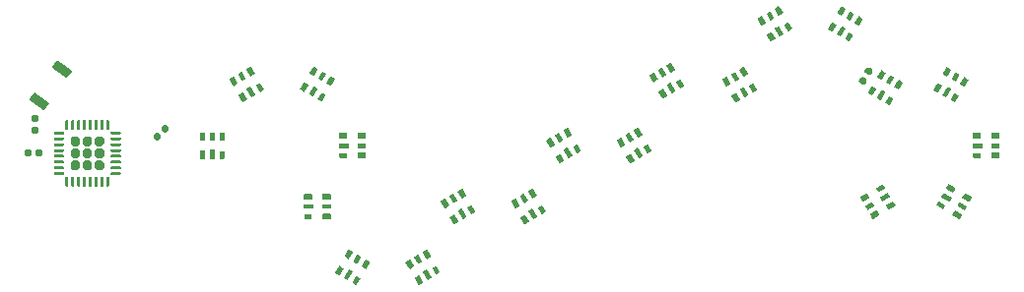
<source format=gbr>
G04 #@! TF.GenerationSoftware,KiCad,Pcbnew,(5.1.10)-1*
G04 #@! TF.CreationDate,2021-06-26T09:27:45-04:00*
G04 #@! TF.ProjectId,Main,4d61696e-2e6b-4696-9361-645f70636258,5*
G04 #@! TF.SameCoordinates,Original*
G04 #@! TF.FileFunction,Paste,Bot*
G04 #@! TF.FilePolarity,Positive*
%FSLAX46Y46*%
G04 Gerber Fmt 4.6, Leading zero omitted, Abs format (unit mm)*
G04 Created by KiCad (PCBNEW (5.1.10)-1) date 2021-06-26 09:27:45*
%MOMM*%
%LPD*%
G01*
G04 APERTURE LIST*
G04 APERTURE END LIST*
G36*
G01*
X109768706Y-100531850D02*
X109401617Y-101056108D01*
G75*
G02*
X109290199Y-101075754I-65532J45886D01*
G01*
X108110620Y-100249804D01*
G75*
G02*
X108090974Y-100138386I45886J65532D01*
G01*
X108458063Y-99614128D01*
G75*
G02*
X108569481Y-99594482I65532J-45886D01*
G01*
X109749060Y-100420432D01*
G75*
G02*
X109768706Y-100531850I-45886J-65532D01*
G01*
G37*
G36*
G01*
X111718866Y-97746732D02*
X111351777Y-98270990D01*
G75*
G02*
X111240359Y-98290636I-65532J45886D01*
G01*
X110060780Y-97464686D01*
G75*
G02*
X110041134Y-97353268I45886J65532D01*
G01*
X110408223Y-96829010D01*
G75*
G02*
X110519641Y-96809364I65532J-45886D01*
G01*
X111699220Y-97635314D01*
G75*
G02*
X111718866Y-97746732I-45886J-65532D01*
G01*
G37*
G36*
G01*
X181881599Y-108238936D02*
X182041599Y-108516064D01*
G75*
G02*
X182026958Y-108570705I-34641J-20000D01*
G01*
X181368778Y-108950705D01*
G75*
G02*
X181314137Y-108936064I-20000J34641D01*
G01*
X181154137Y-108658936D01*
G75*
G02*
X181168778Y-108604295I34641J20000D01*
G01*
X181826958Y-108224295D01*
G75*
G02*
X181881599Y-108238936I20000J-34641D01*
G01*
G37*
G36*
G01*
X180045411Y-109668564D02*
X179885411Y-109391436D01*
G75*
G02*
X179900052Y-109336795I34641J20000D01*
G01*
X180454308Y-109016795D01*
G75*
G02*
X180508949Y-109031436I20000J-34641D01*
G01*
X180668949Y-109308564D01*
G75*
G02*
X180654308Y-109363205I-34641J-20000D01*
G01*
X180100052Y-109683205D01*
G75*
G02*
X180045411Y-109668564I-20000J34641D01*
G01*
G37*
G36*
G01*
X179636411Y-108960155D02*
X179444411Y-108627601D01*
G75*
G02*
X179461980Y-108562032I41569J24000D01*
G01*
X180002380Y-108250032D01*
G75*
G02*
X180067949Y-108267601I24000J-41569D01*
G01*
X180259949Y-108600155D01*
G75*
G02*
X180242380Y-108665724I-41569J-24000D01*
G01*
X179701980Y-108977724D01*
G75*
G02*
X179636411Y-108960155I-24000J41569D01*
G01*
G37*
G36*
G01*
X182303589Y-108939845D02*
X182495589Y-109272399D01*
G75*
G02*
X182478020Y-109337968I-41569J-24000D01*
G01*
X181937620Y-109649968D01*
G75*
G02*
X181872051Y-109632399I-24000J41569D01*
G01*
X181680051Y-109299845D01*
G75*
G02*
X181697620Y-109234276I41569J24000D01*
G01*
X182238020Y-108922276D01*
G75*
G02*
X182303589Y-108939845I24000J-41569D01*
G01*
G37*
G36*
G01*
X180917949Y-109739845D02*
X181109949Y-110072399D01*
G75*
G02*
X181092380Y-110137968I-41569J-24000D01*
G01*
X180551980Y-110449968D01*
G75*
G02*
X180486411Y-110432399I-24000J41569D01*
G01*
X180294411Y-110099845D01*
G75*
G02*
X180311980Y-110034276I41569J24000D01*
G01*
X180852380Y-109722276D01*
G75*
G02*
X180917949Y-109739845I24000J-41569D01*
G01*
G37*
G36*
G01*
X181439608Y-107503386D02*
X181607608Y-107794370D01*
G75*
G02*
X181592235Y-107851743I-36373J-21000D01*
G01*
X181093405Y-108139743D01*
G75*
G02*
X181036032Y-108124370I-21000J36373D01*
G01*
X180868032Y-107833386D01*
G75*
G02*
X180883405Y-107776013I36373J21000D01*
G01*
X181382235Y-107488013D01*
G75*
G02*
X181439608Y-107503386I21000J-36373D01*
G01*
G37*
G36*
G01*
X186448401Y-108526064D02*
X186608401Y-108248936D01*
G75*
G02*
X186663042Y-108234295I34641J-20000D01*
G01*
X187321222Y-108614295D01*
G75*
G02*
X187335863Y-108668936I-20000J-34641D01*
G01*
X187175863Y-108946064D01*
G75*
G02*
X187121222Y-108960705I-34641J20000D01*
G01*
X186463042Y-108580705D01*
G75*
G02*
X186448401Y-108526064I20000J34641D01*
G01*
G37*
G36*
G01*
X188604589Y-109401436D02*
X188444589Y-109678564D01*
G75*
G02*
X188389948Y-109693205I-34641J20000D01*
G01*
X187835692Y-109373205D01*
G75*
G02*
X187821051Y-109318564I20000J34641D01*
G01*
X187981051Y-109041436D01*
G75*
G02*
X188035692Y-109026795I34641J-20000D01*
G01*
X188589948Y-109346795D01*
G75*
G02*
X188604589Y-109401436I-20000J-34641D01*
G01*
G37*
G36*
G01*
X188195589Y-110109845D02*
X188003589Y-110442399D01*
G75*
G02*
X187938020Y-110459968I-41569J24000D01*
G01*
X187397620Y-110147968D01*
G75*
G02*
X187380051Y-110082399I24000J41569D01*
G01*
X187572051Y-109749845D01*
G75*
G02*
X187637620Y-109732276I41569J-24000D01*
G01*
X188178020Y-110044276D01*
G75*
G02*
X188195589Y-110109845I-24000J-41569D01*
G01*
G37*
G36*
G01*
X186844411Y-107810155D02*
X187036411Y-107477601D01*
G75*
G02*
X187101980Y-107460032I41569J-24000D01*
G01*
X187642380Y-107772032D01*
G75*
G02*
X187659949Y-107837601I-24000J-41569D01*
G01*
X187467949Y-108170155D01*
G75*
G02*
X187402380Y-108187724I-41569J24000D01*
G01*
X186861980Y-107875724D01*
G75*
G02*
X186844411Y-107810155I24000J41569D01*
G01*
G37*
G36*
G01*
X188230051Y-108610155D02*
X188422051Y-108277601D01*
G75*
G02*
X188487620Y-108260032I41569J-24000D01*
G01*
X189028020Y-108572032D01*
G75*
G02*
X189045589Y-108637601I-24000J-41569D01*
G01*
X188853589Y-108970155D01*
G75*
G02*
X188788020Y-108987724I-41569J24000D01*
G01*
X188247620Y-108675724D01*
G75*
G02*
X188230051Y-108610155I24000J41569D01*
G01*
G37*
G36*
G01*
X186032392Y-109276614D02*
X186200392Y-108985630D01*
G75*
G02*
X186257765Y-108970257I36373J-21000D01*
G01*
X186756595Y-109258257D01*
G75*
G02*
X186771968Y-109315630I-21000J-36373D01*
G01*
X186603968Y-109606614D01*
G75*
G02*
X186546595Y-109621987I-36373J21000D01*
G01*
X186047765Y-109333987D01*
G75*
G02*
X186032392Y-109276614I21000J36373D01*
G01*
G37*
G36*
G01*
X189145000Y-104310000D02*
X189145000Y-103990000D01*
G75*
G02*
X189185000Y-103950000I40000J0D01*
G01*
X189945000Y-103950000D01*
G75*
G02*
X189985000Y-103990000I0J-40000D01*
G01*
X189985000Y-104310000D01*
G75*
G02*
X189945000Y-104350000I-40000J0D01*
G01*
X189185000Y-104350000D01*
G75*
G02*
X189145000Y-104310000I0J40000D01*
G01*
G37*
G36*
G01*
X191450000Y-103990000D02*
X191450000Y-104310000D01*
G75*
G02*
X191410000Y-104350000I-40000J0D01*
G01*
X190770000Y-104350000D01*
G75*
G02*
X190730000Y-104310000I0J40000D01*
G01*
X190730000Y-103990000D01*
G75*
G02*
X190770000Y-103950000I40000J0D01*
G01*
X191410000Y-103950000D01*
G75*
G02*
X191450000Y-103990000I0J-40000D01*
G01*
G37*
G36*
G01*
X191450000Y-104808000D02*
X191450000Y-105192000D01*
G75*
G02*
X191402000Y-105240000I-48000J0D01*
G01*
X190778000Y-105240000D01*
G75*
G02*
X190730000Y-105192000I0J48000D01*
G01*
X190730000Y-104808000D01*
G75*
G02*
X190778000Y-104760000I48000J0D01*
G01*
X191402000Y-104760000D01*
G75*
G02*
X191450000Y-104808000I0J-48000D01*
G01*
G37*
G36*
G01*
X189130000Y-103492000D02*
X189130000Y-103108000D01*
G75*
G02*
X189178000Y-103060000I48000J0D01*
G01*
X189802000Y-103060000D01*
G75*
G02*
X189850000Y-103108000I0J-48000D01*
G01*
X189850000Y-103492000D01*
G75*
G02*
X189802000Y-103540000I-48000J0D01*
G01*
X189178000Y-103540000D01*
G75*
G02*
X189130000Y-103492000I0J48000D01*
G01*
G37*
G36*
G01*
X190730000Y-103492000D02*
X190730000Y-103108000D01*
G75*
G02*
X190778000Y-103060000I48000J0D01*
G01*
X191402000Y-103060000D01*
G75*
G02*
X191450000Y-103108000I0J-48000D01*
G01*
X191450000Y-103492000D01*
G75*
G02*
X191402000Y-103540000I-48000J0D01*
G01*
X190778000Y-103540000D01*
G75*
G02*
X190730000Y-103492000I0J48000D01*
G01*
G37*
G36*
G01*
X189160000Y-105168000D02*
X189160000Y-104832000D01*
G75*
G02*
X189202000Y-104790000I42000J0D01*
G01*
X189778000Y-104790000D01*
G75*
G02*
X189820000Y-104832000I0J-42000D01*
G01*
X189820000Y-105168000D01*
G75*
G02*
X189778000Y-105210000I-42000J0D01*
G01*
X189202000Y-105210000D01*
G75*
G02*
X189160000Y-105168000I0J42000D01*
G01*
G37*
G36*
G01*
X186826064Y-99981599D02*
X186548936Y-99821599D01*
G75*
G02*
X186534295Y-99766958I20000J34641D01*
G01*
X186914295Y-99108778D01*
G75*
G02*
X186968936Y-99094137I34641J-20000D01*
G01*
X187246064Y-99254137D01*
G75*
G02*
X187260705Y-99308778I-20000J-34641D01*
G01*
X186880705Y-99966958D01*
G75*
G02*
X186826064Y-99981599I-34641J20000D01*
G01*
G37*
G36*
G01*
X187701436Y-97825411D02*
X187978564Y-97985411D01*
G75*
G02*
X187993205Y-98040052I-20000J-34641D01*
G01*
X187673205Y-98594308D01*
G75*
G02*
X187618564Y-98608949I-34641J20000D01*
G01*
X187341436Y-98448949D01*
G75*
G02*
X187326795Y-98394308I20000J34641D01*
G01*
X187646795Y-97840052D01*
G75*
G02*
X187701436Y-97825411I34641J-20000D01*
G01*
G37*
G36*
G01*
X188409845Y-98234411D02*
X188742399Y-98426411D01*
G75*
G02*
X188759968Y-98491980I-24000J-41569D01*
G01*
X188447968Y-99032380D01*
G75*
G02*
X188382399Y-99049949I-41569J24000D01*
G01*
X188049845Y-98857949D01*
G75*
G02*
X188032276Y-98792380I24000J41569D01*
G01*
X188344276Y-98251980D01*
G75*
G02*
X188409845Y-98234411I41569J-24000D01*
G01*
G37*
G36*
G01*
X186110155Y-99585589D02*
X185777601Y-99393589D01*
G75*
G02*
X185760032Y-99328020I24000J41569D01*
G01*
X186072032Y-98787620D01*
G75*
G02*
X186137601Y-98770051I41569J-24000D01*
G01*
X186470155Y-98962051D01*
G75*
G02*
X186487724Y-99027620I-24000J-41569D01*
G01*
X186175724Y-99568020D01*
G75*
G02*
X186110155Y-99585589I-41569J24000D01*
G01*
G37*
G36*
G01*
X186910155Y-98199949D02*
X186577601Y-98007949D01*
G75*
G02*
X186560032Y-97942380I24000J41569D01*
G01*
X186872032Y-97401980D01*
G75*
G02*
X186937601Y-97384411I41569J-24000D01*
G01*
X187270155Y-97576411D01*
G75*
G02*
X187287724Y-97641980I-24000J-41569D01*
G01*
X186975724Y-98182380D01*
G75*
G02*
X186910155Y-98199949I-41569J24000D01*
G01*
G37*
G36*
G01*
X187576614Y-100397608D02*
X187285630Y-100229608D01*
G75*
G02*
X187270257Y-100172235I21000J36373D01*
G01*
X187558257Y-99673405D01*
G75*
G02*
X187615630Y-99658032I36373J-21000D01*
G01*
X187906614Y-99826032D01*
G75*
G02*
X187921987Y-99883405I-21000J-36373D01*
G01*
X187633987Y-100382235D01*
G75*
G02*
X187576614Y-100397608I-36373J21000D01*
G01*
G37*
G36*
G01*
X181186064Y-100241599D02*
X180908936Y-100081599D01*
G75*
G02*
X180894295Y-100026958I20000J34641D01*
G01*
X181274295Y-99368778D01*
G75*
G02*
X181328936Y-99354137I34641J-20000D01*
G01*
X181606064Y-99514137D01*
G75*
G02*
X181620705Y-99568778I-20000J-34641D01*
G01*
X181240705Y-100226958D01*
G75*
G02*
X181186064Y-100241599I-34641J20000D01*
G01*
G37*
G36*
G01*
X182061436Y-98085411D02*
X182338564Y-98245411D01*
G75*
G02*
X182353205Y-98300052I-20000J-34641D01*
G01*
X182033205Y-98854308D01*
G75*
G02*
X181978564Y-98868949I-34641J20000D01*
G01*
X181701436Y-98708949D01*
G75*
G02*
X181686795Y-98654308I20000J34641D01*
G01*
X182006795Y-98100052D01*
G75*
G02*
X182061436Y-98085411I34641J-20000D01*
G01*
G37*
G36*
G01*
X182769845Y-98494411D02*
X183102399Y-98686411D01*
G75*
G02*
X183119968Y-98751980I-24000J-41569D01*
G01*
X182807968Y-99292380D01*
G75*
G02*
X182742399Y-99309949I-41569J24000D01*
G01*
X182409845Y-99117949D01*
G75*
G02*
X182392276Y-99052380I24000J41569D01*
G01*
X182704276Y-98511980D01*
G75*
G02*
X182769845Y-98494411I41569J-24000D01*
G01*
G37*
G36*
G01*
X180470155Y-99845589D02*
X180137601Y-99653589D01*
G75*
G02*
X180120032Y-99588020I24000J41569D01*
G01*
X180432032Y-99047620D01*
G75*
G02*
X180497601Y-99030051I41569J-24000D01*
G01*
X180830155Y-99222051D01*
G75*
G02*
X180847724Y-99287620I-24000J-41569D01*
G01*
X180535724Y-99828020D01*
G75*
G02*
X180470155Y-99845589I-41569J24000D01*
G01*
G37*
G36*
G01*
X181270155Y-98459949D02*
X180937601Y-98267949D01*
G75*
G02*
X180920032Y-98202380I24000J41569D01*
G01*
X181232032Y-97661980D01*
G75*
G02*
X181297601Y-97644411I41569J-24000D01*
G01*
X181630155Y-97836411D01*
G75*
G02*
X181647724Y-97901980I-24000J-41569D01*
G01*
X181335724Y-98442380D01*
G75*
G02*
X181270155Y-98459949I-41569J24000D01*
G01*
G37*
G36*
G01*
X181936614Y-100657608D02*
X181645630Y-100489608D01*
G75*
G02*
X181630257Y-100432235I21000J36373D01*
G01*
X181918257Y-99933405D01*
G75*
G02*
X181975630Y-99918032I36373J-21000D01*
G01*
X182266614Y-100086032D01*
G75*
G02*
X182281987Y-100143405I-21000J-36373D01*
G01*
X181993987Y-100642235D01*
G75*
G02*
X181936614Y-100657608I-36373J21000D01*
G01*
G37*
G36*
G01*
X177756064Y-94741599D02*
X177478936Y-94581599D01*
G75*
G02*
X177464295Y-94526958I20000J34641D01*
G01*
X177844295Y-93868778D01*
G75*
G02*
X177898936Y-93854137I34641J-20000D01*
G01*
X178176064Y-94014137D01*
G75*
G02*
X178190705Y-94068778I-20000J-34641D01*
G01*
X177810705Y-94726958D01*
G75*
G02*
X177756064Y-94741599I-34641J20000D01*
G01*
G37*
G36*
G01*
X178631436Y-92585411D02*
X178908564Y-92745411D01*
G75*
G02*
X178923205Y-92800052I-20000J-34641D01*
G01*
X178603205Y-93354308D01*
G75*
G02*
X178548564Y-93368949I-34641J20000D01*
G01*
X178271436Y-93208949D01*
G75*
G02*
X178256795Y-93154308I20000J34641D01*
G01*
X178576795Y-92600052D01*
G75*
G02*
X178631436Y-92585411I34641J-20000D01*
G01*
G37*
G36*
G01*
X179339845Y-92994411D02*
X179672399Y-93186411D01*
G75*
G02*
X179689968Y-93251980I-24000J-41569D01*
G01*
X179377968Y-93792380D01*
G75*
G02*
X179312399Y-93809949I-41569J24000D01*
G01*
X178979845Y-93617949D01*
G75*
G02*
X178962276Y-93552380I24000J41569D01*
G01*
X179274276Y-93011980D01*
G75*
G02*
X179339845Y-92994411I41569J-24000D01*
G01*
G37*
G36*
G01*
X177040155Y-94345589D02*
X176707601Y-94153589D01*
G75*
G02*
X176690032Y-94088020I24000J41569D01*
G01*
X177002032Y-93547620D01*
G75*
G02*
X177067601Y-93530051I41569J-24000D01*
G01*
X177400155Y-93722051D01*
G75*
G02*
X177417724Y-93787620I-24000J-41569D01*
G01*
X177105724Y-94328020D01*
G75*
G02*
X177040155Y-94345589I-41569J24000D01*
G01*
G37*
G36*
G01*
X177840155Y-92959949D02*
X177507601Y-92767949D01*
G75*
G02*
X177490032Y-92702380I24000J41569D01*
G01*
X177802032Y-92161980D01*
G75*
G02*
X177867601Y-92144411I41569J-24000D01*
G01*
X178200155Y-92336411D01*
G75*
G02*
X178217724Y-92401980I-24000J-41569D01*
G01*
X177905724Y-92942380D01*
G75*
G02*
X177840155Y-92959949I-41569J24000D01*
G01*
G37*
G36*
G01*
X178506614Y-95157608D02*
X178215630Y-94989608D01*
G75*
G02*
X178200257Y-94932235I21000J36373D01*
G01*
X178488257Y-94433405D01*
G75*
G02*
X178545630Y-94418032I36373J-21000D01*
G01*
X178836614Y-94586032D01*
G75*
G02*
X178851987Y-94643405I-21000J-36373D01*
G01*
X178563987Y-95142235D01*
G75*
G02*
X178506614Y-95157608I-36373J21000D01*
G01*
G37*
G36*
G01*
X172851064Y-94581599D02*
X172573936Y-94741599D01*
G75*
G02*
X172519295Y-94726958I-20000J34641D01*
G01*
X172139295Y-94068778D01*
G75*
G02*
X172153936Y-94014137I34641J20000D01*
G01*
X172431064Y-93854137D01*
G75*
G02*
X172485705Y-93868778I20000J-34641D01*
G01*
X172865705Y-94526958D01*
G75*
G02*
X172851064Y-94581599I-34641J-20000D01*
G01*
G37*
G36*
G01*
X171421436Y-92745411D02*
X171698564Y-92585411D01*
G75*
G02*
X171753205Y-92600052I20000J-34641D01*
G01*
X172073205Y-93154308D01*
G75*
G02*
X172058564Y-93208949I-34641J-20000D01*
G01*
X171781436Y-93368949D01*
G75*
G02*
X171726795Y-93354308I-20000J34641D01*
G01*
X171406795Y-92800052D01*
G75*
G02*
X171421436Y-92745411I34641J20000D01*
G01*
G37*
G36*
G01*
X172129845Y-92336411D02*
X172462399Y-92144411D01*
G75*
G02*
X172527968Y-92161980I24000J-41569D01*
G01*
X172839968Y-92702380D01*
G75*
G02*
X172822399Y-92767949I-41569J-24000D01*
G01*
X172489845Y-92959949D01*
G75*
G02*
X172424276Y-92942380I-24000J41569D01*
G01*
X172112276Y-92401980D01*
G75*
G02*
X172129845Y-92336411I41569J24000D01*
G01*
G37*
G36*
G01*
X172150155Y-95003589D02*
X171817601Y-95195589D01*
G75*
G02*
X171752032Y-95178020I-24000J41569D01*
G01*
X171440032Y-94637620D01*
G75*
G02*
X171457601Y-94572051I41569J24000D01*
G01*
X171790155Y-94380051D01*
G75*
G02*
X171855724Y-94397620I24000J-41569D01*
G01*
X172167724Y-94938020D01*
G75*
G02*
X172150155Y-95003589I-41569J-24000D01*
G01*
G37*
G36*
G01*
X171350155Y-93617949D02*
X171017601Y-93809949D01*
G75*
G02*
X170952032Y-93792380I-24000J41569D01*
G01*
X170640032Y-93251980D01*
G75*
G02*
X170657601Y-93186411I41569J24000D01*
G01*
X170990155Y-92994411D01*
G75*
G02*
X171055724Y-93011980I24000J-41569D01*
G01*
X171367724Y-93552380D01*
G75*
G02*
X171350155Y-93617949I-41569J-24000D01*
G01*
G37*
G36*
G01*
X173586614Y-94139608D02*
X173295630Y-94307608D01*
G75*
G02*
X173238257Y-94292235I-21000J36373D01*
G01*
X172950257Y-93793405D01*
G75*
G02*
X172965630Y-93736032I36373J21000D01*
G01*
X173256614Y-93568032D01*
G75*
G02*
X173313987Y-93583405I21000J-36373D01*
G01*
X173601987Y-94082235D01*
G75*
G02*
X173586614Y-94139608I-36373J-21000D01*
G01*
G37*
G36*
G01*
X169831064Y-99821599D02*
X169553936Y-99981599D01*
G75*
G02*
X169499295Y-99966958I-20000J34641D01*
G01*
X169119295Y-99308778D01*
G75*
G02*
X169133936Y-99254137I34641J20000D01*
G01*
X169411064Y-99094137D01*
G75*
G02*
X169465705Y-99108778I20000J-34641D01*
G01*
X169845705Y-99766958D01*
G75*
G02*
X169831064Y-99821599I-34641J-20000D01*
G01*
G37*
G36*
G01*
X168401436Y-97985411D02*
X168678564Y-97825411D01*
G75*
G02*
X168733205Y-97840052I20000J-34641D01*
G01*
X169053205Y-98394308D01*
G75*
G02*
X169038564Y-98448949I-34641J-20000D01*
G01*
X168761436Y-98608949D01*
G75*
G02*
X168706795Y-98594308I-20000J34641D01*
G01*
X168386795Y-98040052D01*
G75*
G02*
X168401436Y-97985411I34641J20000D01*
G01*
G37*
G36*
G01*
X169109845Y-97576411D02*
X169442399Y-97384411D01*
G75*
G02*
X169507968Y-97401980I24000J-41569D01*
G01*
X169819968Y-97942380D01*
G75*
G02*
X169802399Y-98007949I-41569J-24000D01*
G01*
X169469845Y-98199949D01*
G75*
G02*
X169404276Y-98182380I-24000J41569D01*
G01*
X169092276Y-97641980D01*
G75*
G02*
X169109845Y-97576411I41569J24000D01*
G01*
G37*
G36*
G01*
X169130155Y-100243589D02*
X168797601Y-100435589D01*
G75*
G02*
X168732032Y-100418020I-24000J41569D01*
G01*
X168420032Y-99877620D01*
G75*
G02*
X168437601Y-99812051I41569J24000D01*
G01*
X168770155Y-99620051D01*
G75*
G02*
X168835724Y-99637620I24000J-41569D01*
G01*
X169147724Y-100178020D01*
G75*
G02*
X169130155Y-100243589I-41569J-24000D01*
G01*
G37*
G36*
G01*
X168330155Y-98857949D02*
X167997601Y-99049949D01*
G75*
G02*
X167932032Y-99032380I-24000J41569D01*
G01*
X167620032Y-98491980D01*
G75*
G02*
X167637601Y-98426411I41569J24000D01*
G01*
X167970155Y-98234411D01*
G75*
G02*
X168035724Y-98251980I24000J-41569D01*
G01*
X168347724Y-98792380D01*
G75*
G02*
X168330155Y-98857949I-41569J-24000D01*
G01*
G37*
G36*
G01*
X170566614Y-99379608D02*
X170275630Y-99547608D01*
G75*
G02*
X170218257Y-99532235I-21000J36373D01*
G01*
X169930257Y-99033405D01*
G75*
G02*
X169945630Y-98976032I36373J21000D01*
G01*
X170236614Y-98808032D01*
G75*
G02*
X170293987Y-98823405I21000J-36373D01*
G01*
X170581987Y-99322235D01*
G75*
G02*
X170566614Y-99379608I-36373J-21000D01*
G01*
G37*
G36*
G01*
X163571064Y-99461599D02*
X163293936Y-99621599D01*
G75*
G02*
X163239295Y-99606958I-20000J34641D01*
G01*
X162859295Y-98948778D01*
G75*
G02*
X162873936Y-98894137I34641J20000D01*
G01*
X163151064Y-98734137D01*
G75*
G02*
X163205705Y-98748778I20000J-34641D01*
G01*
X163585705Y-99406958D01*
G75*
G02*
X163571064Y-99461599I-34641J-20000D01*
G01*
G37*
G36*
G01*
X162141436Y-97625411D02*
X162418564Y-97465411D01*
G75*
G02*
X162473205Y-97480052I20000J-34641D01*
G01*
X162793205Y-98034308D01*
G75*
G02*
X162778564Y-98088949I-34641J-20000D01*
G01*
X162501436Y-98248949D01*
G75*
G02*
X162446795Y-98234308I-20000J34641D01*
G01*
X162126795Y-97680052D01*
G75*
G02*
X162141436Y-97625411I34641J20000D01*
G01*
G37*
G36*
G01*
X162849845Y-97216411D02*
X163182399Y-97024411D01*
G75*
G02*
X163247968Y-97041980I24000J-41569D01*
G01*
X163559968Y-97582380D01*
G75*
G02*
X163542399Y-97647949I-41569J-24000D01*
G01*
X163209845Y-97839949D01*
G75*
G02*
X163144276Y-97822380I-24000J41569D01*
G01*
X162832276Y-97281980D01*
G75*
G02*
X162849845Y-97216411I41569J24000D01*
G01*
G37*
G36*
G01*
X162870155Y-99883589D02*
X162537601Y-100075589D01*
G75*
G02*
X162472032Y-100058020I-24000J41569D01*
G01*
X162160032Y-99517620D01*
G75*
G02*
X162177601Y-99452051I41569J24000D01*
G01*
X162510155Y-99260051D01*
G75*
G02*
X162575724Y-99277620I24000J-41569D01*
G01*
X162887724Y-99818020D01*
G75*
G02*
X162870155Y-99883589I-41569J-24000D01*
G01*
G37*
G36*
G01*
X162070155Y-98497949D02*
X161737601Y-98689949D01*
G75*
G02*
X161672032Y-98672380I-24000J41569D01*
G01*
X161360032Y-98131980D01*
G75*
G02*
X161377601Y-98066411I41569J24000D01*
G01*
X161710155Y-97874411D01*
G75*
G02*
X161775724Y-97891980I24000J-41569D01*
G01*
X162087724Y-98432380D01*
G75*
G02*
X162070155Y-98497949I-41569J-24000D01*
G01*
G37*
G36*
G01*
X164306614Y-99019608D02*
X164015630Y-99187608D01*
G75*
G02*
X163958257Y-99172235I-21000J36373D01*
G01*
X163670257Y-98673405D01*
G75*
G02*
X163685630Y-98616032I36373J21000D01*
G01*
X163976614Y-98448032D01*
G75*
G02*
X164033987Y-98463405I21000J-36373D01*
G01*
X164321987Y-98962235D01*
G75*
G02*
X164306614Y-99019608I-36373J-21000D01*
G01*
G37*
G36*
G01*
X160761064Y-105061599D02*
X160483936Y-105221599D01*
G75*
G02*
X160429295Y-105206958I-20000J34641D01*
G01*
X160049295Y-104548778D01*
G75*
G02*
X160063936Y-104494137I34641J20000D01*
G01*
X160341064Y-104334137D01*
G75*
G02*
X160395705Y-104348778I20000J-34641D01*
G01*
X160775705Y-105006958D01*
G75*
G02*
X160761064Y-105061599I-34641J-20000D01*
G01*
G37*
G36*
G01*
X159331436Y-103225411D02*
X159608564Y-103065411D01*
G75*
G02*
X159663205Y-103080052I20000J-34641D01*
G01*
X159983205Y-103634308D01*
G75*
G02*
X159968564Y-103688949I-34641J-20000D01*
G01*
X159691436Y-103848949D01*
G75*
G02*
X159636795Y-103834308I-20000J34641D01*
G01*
X159316795Y-103280052D01*
G75*
G02*
X159331436Y-103225411I34641J20000D01*
G01*
G37*
G36*
G01*
X160039845Y-102816411D02*
X160372399Y-102624411D01*
G75*
G02*
X160437968Y-102641980I24000J-41569D01*
G01*
X160749968Y-103182380D01*
G75*
G02*
X160732399Y-103247949I-41569J-24000D01*
G01*
X160399845Y-103439949D01*
G75*
G02*
X160334276Y-103422380I-24000J41569D01*
G01*
X160022276Y-102881980D01*
G75*
G02*
X160039845Y-102816411I41569J24000D01*
G01*
G37*
G36*
G01*
X160060155Y-105483589D02*
X159727601Y-105675589D01*
G75*
G02*
X159662032Y-105658020I-24000J41569D01*
G01*
X159350032Y-105117620D01*
G75*
G02*
X159367601Y-105052051I41569J24000D01*
G01*
X159700155Y-104860051D01*
G75*
G02*
X159765724Y-104877620I24000J-41569D01*
G01*
X160077724Y-105418020D01*
G75*
G02*
X160060155Y-105483589I-41569J-24000D01*
G01*
G37*
G36*
G01*
X159260155Y-104097949D02*
X158927601Y-104289949D01*
G75*
G02*
X158862032Y-104272380I-24000J41569D01*
G01*
X158550032Y-103731980D01*
G75*
G02*
X158567601Y-103666411I41569J24000D01*
G01*
X158900155Y-103474411D01*
G75*
G02*
X158965724Y-103491980I24000J-41569D01*
G01*
X159277724Y-104032380D01*
G75*
G02*
X159260155Y-104097949I-41569J-24000D01*
G01*
G37*
G36*
G01*
X161496614Y-104619608D02*
X161205630Y-104787608D01*
G75*
G02*
X161148257Y-104772235I-21000J36373D01*
G01*
X160860257Y-104273405D01*
G75*
G02*
X160875630Y-104216032I36373J21000D01*
G01*
X161166614Y-104048032D01*
G75*
G02*
X161223987Y-104063405I21000J-36373D01*
G01*
X161511987Y-104562235D01*
G75*
G02*
X161496614Y-104619608I-36373J-21000D01*
G01*
G37*
G36*
G01*
X154711064Y-105061599D02*
X154433936Y-105221599D01*
G75*
G02*
X154379295Y-105206958I-20000J34641D01*
G01*
X153999295Y-104548778D01*
G75*
G02*
X154013936Y-104494137I34641J20000D01*
G01*
X154291064Y-104334137D01*
G75*
G02*
X154345705Y-104348778I20000J-34641D01*
G01*
X154725705Y-105006958D01*
G75*
G02*
X154711064Y-105061599I-34641J-20000D01*
G01*
G37*
G36*
G01*
X153281436Y-103225411D02*
X153558564Y-103065411D01*
G75*
G02*
X153613205Y-103080052I20000J-34641D01*
G01*
X153933205Y-103634308D01*
G75*
G02*
X153918564Y-103688949I-34641J-20000D01*
G01*
X153641436Y-103848949D01*
G75*
G02*
X153586795Y-103834308I-20000J34641D01*
G01*
X153266795Y-103280052D01*
G75*
G02*
X153281436Y-103225411I34641J20000D01*
G01*
G37*
G36*
G01*
X153989845Y-102816411D02*
X154322399Y-102624411D01*
G75*
G02*
X154387968Y-102641980I24000J-41569D01*
G01*
X154699968Y-103182380D01*
G75*
G02*
X154682399Y-103247949I-41569J-24000D01*
G01*
X154349845Y-103439949D01*
G75*
G02*
X154284276Y-103422380I-24000J41569D01*
G01*
X153972276Y-102881980D01*
G75*
G02*
X153989845Y-102816411I41569J24000D01*
G01*
G37*
G36*
G01*
X154010155Y-105483589D02*
X153677601Y-105675589D01*
G75*
G02*
X153612032Y-105658020I-24000J41569D01*
G01*
X153300032Y-105117620D01*
G75*
G02*
X153317601Y-105052051I41569J24000D01*
G01*
X153650155Y-104860051D01*
G75*
G02*
X153715724Y-104877620I24000J-41569D01*
G01*
X154027724Y-105418020D01*
G75*
G02*
X154010155Y-105483589I-41569J-24000D01*
G01*
G37*
G36*
G01*
X153210155Y-104097949D02*
X152877601Y-104289949D01*
G75*
G02*
X152812032Y-104272380I-24000J41569D01*
G01*
X152500032Y-103731980D01*
G75*
G02*
X152517601Y-103666411I41569J24000D01*
G01*
X152850155Y-103474411D01*
G75*
G02*
X152915724Y-103491980I24000J-41569D01*
G01*
X153227724Y-104032380D01*
G75*
G02*
X153210155Y-104097949I-41569J-24000D01*
G01*
G37*
G36*
G01*
X155446614Y-104619608D02*
X155155630Y-104787608D01*
G75*
G02*
X155098257Y-104772235I-21000J36373D01*
G01*
X154810257Y-104273405D01*
G75*
G02*
X154825630Y-104216032I36373J21000D01*
G01*
X155116614Y-104048032D01*
G75*
G02*
X155173987Y-104063405I21000J-36373D01*
G01*
X155461987Y-104562235D01*
G75*
G02*
X155446614Y-104619608I-36373J-21000D01*
G01*
G37*
G36*
G01*
X151691064Y-110301599D02*
X151413936Y-110461599D01*
G75*
G02*
X151359295Y-110446958I-20000J34641D01*
G01*
X150979295Y-109788778D01*
G75*
G02*
X150993936Y-109734137I34641J20000D01*
G01*
X151271064Y-109574137D01*
G75*
G02*
X151325705Y-109588778I20000J-34641D01*
G01*
X151705705Y-110246958D01*
G75*
G02*
X151691064Y-110301599I-34641J-20000D01*
G01*
G37*
G36*
G01*
X150261436Y-108465411D02*
X150538564Y-108305411D01*
G75*
G02*
X150593205Y-108320052I20000J-34641D01*
G01*
X150913205Y-108874308D01*
G75*
G02*
X150898564Y-108928949I-34641J-20000D01*
G01*
X150621436Y-109088949D01*
G75*
G02*
X150566795Y-109074308I-20000J34641D01*
G01*
X150246795Y-108520052D01*
G75*
G02*
X150261436Y-108465411I34641J20000D01*
G01*
G37*
G36*
G01*
X150969845Y-108056411D02*
X151302399Y-107864411D01*
G75*
G02*
X151367968Y-107881980I24000J-41569D01*
G01*
X151679968Y-108422380D01*
G75*
G02*
X151662399Y-108487949I-41569J-24000D01*
G01*
X151329845Y-108679949D01*
G75*
G02*
X151264276Y-108662380I-24000J41569D01*
G01*
X150952276Y-108121980D01*
G75*
G02*
X150969845Y-108056411I41569J24000D01*
G01*
G37*
G36*
G01*
X150990155Y-110723589D02*
X150657601Y-110915589D01*
G75*
G02*
X150592032Y-110898020I-24000J41569D01*
G01*
X150280032Y-110357620D01*
G75*
G02*
X150297601Y-110292051I41569J24000D01*
G01*
X150630155Y-110100051D01*
G75*
G02*
X150695724Y-110117620I24000J-41569D01*
G01*
X151007724Y-110658020D01*
G75*
G02*
X150990155Y-110723589I-41569J-24000D01*
G01*
G37*
G36*
G01*
X150190155Y-109337949D02*
X149857601Y-109529949D01*
G75*
G02*
X149792032Y-109512380I-24000J41569D01*
G01*
X149480032Y-108971980D01*
G75*
G02*
X149497601Y-108906411I41569J24000D01*
G01*
X149830155Y-108714411D01*
G75*
G02*
X149895724Y-108731980I24000J-41569D01*
G01*
X150207724Y-109272380D01*
G75*
G02*
X150190155Y-109337949I-41569J-24000D01*
G01*
G37*
G36*
G01*
X152426614Y-109859608D02*
X152135630Y-110027608D01*
G75*
G02*
X152078257Y-110012235I-21000J36373D01*
G01*
X151790257Y-109513405D01*
G75*
G02*
X151805630Y-109456032I36373J21000D01*
G01*
X152096614Y-109288032D01*
G75*
G02*
X152153987Y-109303405I21000J-36373D01*
G01*
X152441987Y-109802235D01*
G75*
G02*
X152426614Y-109859608I-36373J-21000D01*
G01*
G37*
G36*
G01*
X145631064Y-110291599D02*
X145353936Y-110451599D01*
G75*
G02*
X145299295Y-110436958I-20000J34641D01*
G01*
X144919295Y-109778778D01*
G75*
G02*
X144933936Y-109724137I34641J20000D01*
G01*
X145211064Y-109564137D01*
G75*
G02*
X145265705Y-109578778I20000J-34641D01*
G01*
X145645705Y-110236958D01*
G75*
G02*
X145631064Y-110291599I-34641J-20000D01*
G01*
G37*
G36*
G01*
X144201436Y-108455411D02*
X144478564Y-108295411D01*
G75*
G02*
X144533205Y-108310052I20000J-34641D01*
G01*
X144853205Y-108864308D01*
G75*
G02*
X144838564Y-108918949I-34641J-20000D01*
G01*
X144561436Y-109078949D01*
G75*
G02*
X144506795Y-109064308I-20000J34641D01*
G01*
X144186795Y-108510052D01*
G75*
G02*
X144201436Y-108455411I34641J20000D01*
G01*
G37*
G36*
G01*
X144909845Y-108046411D02*
X145242399Y-107854411D01*
G75*
G02*
X145307968Y-107871980I24000J-41569D01*
G01*
X145619968Y-108412380D01*
G75*
G02*
X145602399Y-108477949I-41569J-24000D01*
G01*
X145269845Y-108669949D01*
G75*
G02*
X145204276Y-108652380I-24000J41569D01*
G01*
X144892276Y-108111980D01*
G75*
G02*
X144909845Y-108046411I41569J24000D01*
G01*
G37*
G36*
G01*
X144930155Y-110713589D02*
X144597601Y-110905589D01*
G75*
G02*
X144532032Y-110888020I-24000J41569D01*
G01*
X144220032Y-110347620D01*
G75*
G02*
X144237601Y-110282051I41569J24000D01*
G01*
X144570155Y-110090051D01*
G75*
G02*
X144635724Y-110107620I24000J-41569D01*
G01*
X144947724Y-110648020D01*
G75*
G02*
X144930155Y-110713589I-41569J-24000D01*
G01*
G37*
G36*
G01*
X144130155Y-109327949D02*
X143797601Y-109519949D01*
G75*
G02*
X143732032Y-109502380I-24000J41569D01*
G01*
X143420032Y-108961980D01*
G75*
G02*
X143437601Y-108896411I41569J24000D01*
G01*
X143770155Y-108704411D01*
G75*
G02*
X143835724Y-108721980I24000J-41569D01*
G01*
X144147724Y-109262380D01*
G75*
G02*
X144130155Y-109327949I-41569J-24000D01*
G01*
G37*
G36*
G01*
X146366614Y-109849608D02*
X146075630Y-110017608D01*
G75*
G02*
X146018257Y-110002235I-21000J36373D01*
G01*
X145730257Y-109503405D01*
G75*
G02*
X145745630Y-109446032I36373J21000D01*
G01*
X146036614Y-109278032D01*
G75*
G02*
X146093987Y-109293405I21000J-36373D01*
G01*
X146381987Y-109792235D01*
G75*
G02*
X146366614Y-109849608I-36373J-21000D01*
G01*
G37*
G36*
G01*
X142611064Y-115531599D02*
X142333936Y-115691599D01*
G75*
G02*
X142279295Y-115676958I-20000J34641D01*
G01*
X141899295Y-115018778D01*
G75*
G02*
X141913936Y-114964137I34641J20000D01*
G01*
X142191064Y-114804137D01*
G75*
G02*
X142245705Y-114818778I20000J-34641D01*
G01*
X142625705Y-115476958D01*
G75*
G02*
X142611064Y-115531599I-34641J-20000D01*
G01*
G37*
G36*
G01*
X141181436Y-113695411D02*
X141458564Y-113535411D01*
G75*
G02*
X141513205Y-113550052I20000J-34641D01*
G01*
X141833205Y-114104308D01*
G75*
G02*
X141818564Y-114158949I-34641J-20000D01*
G01*
X141541436Y-114318949D01*
G75*
G02*
X141486795Y-114304308I-20000J34641D01*
G01*
X141166795Y-113750052D01*
G75*
G02*
X141181436Y-113695411I34641J20000D01*
G01*
G37*
G36*
G01*
X141889845Y-113286411D02*
X142222399Y-113094411D01*
G75*
G02*
X142287968Y-113111980I24000J-41569D01*
G01*
X142599968Y-113652380D01*
G75*
G02*
X142582399Y-113717949I-41569J-24000D01*
G01*
X142249845Y-113909949D01*
G75*
G02*
X142184276Y-113892380I-24000J41569D01*
G01*
X141872276Y-113351980D01*
G75*
G02*
X141889845Y-113286411I41569J24000D01*
G01*
G37*
G36*
G01*
X141910155Y-115953589D02*
X141577601Y-116145589D01*
G75*
G02*
X141512032Y-116128020I-24000J41569D01*
G01*
X141200032Y-115587620D01*
G75*
G02*
X141217601Y-115522051I41569J24000D01*
G01*
X141550155Y-115330051D01*
G75*
G02*
X141615724Y-115347620I24000J-41569D01*
G01*
X141927724Y-115888020D01*
G75*
G02*
X141910155Y-115953589I-41569J-24000D01*
G01*
G37*
G36*
G01*
X141110155Y-114567949D02*
X140777601Y-114759949D01*
G75*
G02*
X140712032Y-114742380I-24000J41569D01*
G01*
X140400032Y-114201980D01*
G75*
G02*
X140417601Y-114136411I41569J24000D01*
G01*
X140750155Y-113944411D01*
G75*
G02*
X140815724Y-113961980I24000J-41569D01*
G01*
X141127724Y-114502380D01*
G75*
G02*
X141110155Y-114567949I-41569J-24000D01*
G01*
G37*
G36*
G01*
X143346614Y-115089608D02*
X143055630Y-115257608D01*
G75*
G02*
X142998257Y-115242235I-21000J36373D01*
G01*
X142710257Y-114743405D01*
G75*
G02*
X142725630Y-114686032I36373J21000D01*
G01*
X143016614Y-114518032D01*
G75*
G02*
X143073987Y-114533405I21000J-36373D01*
G01*
X143361987Y-115032235D01*
G75*
G02*
X143346614Y-115089608I-36373J-21000D01*
G01*
G37*
G36*
G01*
X135426064Y-115701599D02*
X135148936Y-115541599D01*
G75*
G02*
X135134295Y-115486958I20000J34641D01*
G01*
X135514295Y-114828778D01*
G75*
G02*
X135568936Y-114814137I34641J-20000D01*
G01*
X135846064Y-114974137D01*
G75*
G02*
X135860705Y-115028778I-20000J-34641D01*
G01*
X135480705Y-115686958D01*
G75*
G02*
X135426064Y-115701599I-34641J20000D01*
G01*
G37*
G36*
G01*
X136301436Y-113545411D02*
X136578564Y-113705411D01*
G75*
G02*
X136593205Y-113760052I-20000J-34641D01*
G01*
X136273205Y-114314308D01*
G75*
G02*
X136218564Y-114328949I-34641J20000D01*
G01*
X135941436Y-114168949D01*
G75*
G02*
X135926795Y-114114308I20000J34641D01*
G01*
X136246795Y-113560052D01*
G75*
G02*
X136301436Y-113545411I34641J-20000D01*
G01*
G37*
G36*
G01*
X137009845Y-113954411D02*
X137342399Y-114146411D01*
G75*
G02*
X137359968Y-114211980I-24000J-41569D01*
G01*
X137047968Y-114752380D01*
G75*
G02*
X136982399Y-114769949I-41569J24000D01*
G01*
X136649845Y-114577949D01*
G75*
G02*
X136632276Y-114512380I24000J41569D01*
G01*
X136944276Y-113971980D01*
G75*
G02*
X137009845Y-113954411I41569J-24000D01*
G01*
G37*
G36*
G01*
X134710155Y-115305589D02*
X134377601Y-115113589D01*
G75*
G02*
X134360032Y-115048020I24000J41569D01*
G01*
X134672032Y-114507620D01*
G75*
G02*
X134737601Y-114490051I41569J-24000D01*
G01*
X135070155Y-114682051D01*
G75*
G02*
X135087724Y-114747620I-24000J-41569D01*
G01*
X134775724Y-115288020D01*
G75*
G02*
X134710155Y-115305589I-41569J24000D01*
G01*
G37*
G36*
G01*
X135510155Y-113919949D02*
X135177601Y-113727949D01*
G75*
G02*
X135160032Y-113662380I24000J41569D01*
G01*
X135472032Y-113121980D01*
G75*
G02*
X135537601Y-113104411I41569J-24000D01*
G01*
X135870155Y-113296411D01*
G75*
G02*
X135887724Y-113361980I-24000J-41569D01*
G01*
X135575724Y-113902380D01*
G75*
G02*
X135510155Y-113919949I-41569J24000D01*
G01*
G37*
G36*
G01*
X136176614Y-116117608D02*
X135885630Y-115949608D01*
G75*
G02*
X135870257Y-115892235I21000J36373D01*
G01*
X136158257Y-115393405D01*
G75*
G02*
X136215630Y-115378032I36373J-21000D01*
G01*
X136506614Y-115546032D01*
G75*
G02*
X136521987Y-115603405I-21000J-36373D01*
G01*
X136233987Y-116102235D01*
G75*
G02*
X136176614Y-116117608I-36373J21000D01*
G01*
G37*
G36*
G01*
X131685000Y-109550000D02*
X131685000Y-109230000D01*
G75*
G02*
X131725000Y-109190000I40000J0D01*
G01*
X132485000Y-109190000D01*
G75*
G02*
X132525000Y-109230000I0J-40000D01*
G01*
X132525000Y-109550000D01*
G75*
G02*
X132485000Y-109590000I-40000J0D01*
G01*
X131725000Y-109590000D01*
G75*
G02*
X131685000Y-109550000I0J40000D01*
G01*
G37*
G36*
G01*
X133990000Y-109230000D02*
X133990000Y-109550000D01*
G75*
G02*
X133950000Y-109590000I-40000J0D01*
G01*
X133310000Y-109590000D01*
G75*
G02*
X133270000Y-109550000I0J40000D01*
G01*
X133270000Y-109230000D01*
G75*
G02*
X133310000Y-109190000I40000J0D01*
G01*
X133950000Y-109190000D01*
G75*
G02*
X133990000Y-109230000I0J-40000D01*
G01*
G37*
G36*
G01*
X133990000Y-110048000D02*
X133990000Y-110432000D01*
G75*
G02*
X133942000Y-110480000I-48000J0D01*
G01*
X133318000Y-110480000D01*
G75*
G02*
X133270000Y-110432000I0J48000D01*
G01*
X133270000Y-110048000D01*
G75*
G02*
X133318000Y-110000000I48000J0D01*
G01*
X133942000Y-110000000D01*
G75*
G02*
X133990000Y-110048000I0J-48000D01*
G01*
G37*
G36*
G01*
X131670000Y-108732000D02*
X131670000Y-108348000D01*
G75*
G02*
X131718000Y-108300000I48000J0D01*
G01*
X132342000Y-108300000D01*
G75*
G02*
X132390000Y-108348000I0J-48000D01*
G01*
X132390000Y-108732000D01*
G75*
G02*
X132342000Y-108780000I-48000J0D01*
G01*
X131718000Y-108780000D01*
G75*
G02*
X131670000Y-108732000I0J48000D01*
G01*
G37*
G36*
G01*
X133270000Y-108732000D02*
X133270000Y-108348000D01*
G75*
G02*
X133318000Y-108300000I48000J0D01*
G01*
X133942000Y-108300000D01*
G75*
G02*
X133990000Y-108348000I0J-48000D01*
G01*
X133990000Y-108732000D01*
G75*
G02*
X133942000Y-108780000I-48000J0D01*
G01*
X133318000Y-108780000D01*
G75*
G02*
X133270000Y-108732000I0J48000D01*
G01*
G37*
G36*
G01*
X131700000Y-110408000D02*
X131700000Y-110072000D01*
G75*
G02*
X131742000Y-110030000I42000J0D01*
G01*
X132318000Y-110030000D01*
G75*
G02*
X132360000Y-110072000I0J-42000D01*
G01*
X132360000Y-110408000D01*
G75*
G02*
X132318000Y-110450000I-42000J0D01*
G01*
X131742000Y-110450000D01*
G75*
G02*
X131700000Y-110408000I0J42000D01*
G01*
G37*
G36*
G01*
X134705000Y-104310000D02*
X134705000Y-103990000D01*
G75*
G02*
X134745000Y-103950000I40000J0D01*
G01*
X135505000Y-103950000D01*
G75*
G02*
X135545000Y-103990000I0J-40000D01*
G01*
X135545000Y-104310000D01*
G75*
G02*
X135505000Y-104350000I-40000J0D01*
G01*
X134745000Y-104350000D01*
G75*
G02*
X134705000Y-104310000I0J40000D01*
G01*
G37*
G36*
G01*
X137010000Y-103990000D02*
X137010000Y-104310000D01*
G75*
G02*
X136970000Y-104350000I-40000J0D01*
G01*
X136330000Y-104350000D01*
G75*
G02*
X136290000Y-104310000I0J40000D01*
G01*
X136290000Y-103990000D01*
G75*
G02*
X136330000Y-103950000I40000J0D01*
G01*
X136970000Y-103950000D01*
G75*
G02*
X137010000Y-103990000I0J-40000D01*
G01*
G37*
G36*
G01*
X137010000Y-104808000D02*
X137010000Y-105192000D01*
G75*
G02*
X136962000Y-105240000I-48000J0D01*
G01*
X136338000Y-105240000D01*
G75*
G02*
X136290000Y-105192000I0J48000D01*
G01*
X136290000Y-104808000D01*
G75*
G02*
X136338000Y-104760000I48000J0D01*
G01*
X136962000Y-104760000D01*
G75*
G02*
X137010000Y-104808000I0J-48000D01*
G01*
G37*
G36*
G01*
X134690000Y-103492000D02*
X134690000Y-103108000D01*
G75*
G02*
X134738000Y-103060000I48000J0D01*
G01*
X135362000Y-103060000D01*
G75*
G02*
X135410000Y-103108000I0J-48000D01*
G01*
X135410000Y-103492000D01*
G75*
G02*
X135362000Y-103540000I-48000J0D01*
G01*
X134738000Y-103540000D01*
G75*
G02*
X134690000Y-103492000I0J48000D01*
G01*
G37*
G36*
G01*
X136290000Y-103492000D02*
X136290000Y-103108000D01*
G75*
G02*
X136338000Y-103060000I48000J0D01*
G01*
X136962000Y-103060000D01*
G75*
G02*
X137010000Y-103108000I0J-48000D01*
G01*
X137010000Y-103492000D01*
G75*
G02*
X136962000Y-103540000I-48000J0D01*
G01*
X136338000Y-103540000D01*
G75*
G02*
X136290000Y-103492000I0J48000D01*
G01*
G37*
G36*
G01*
X134720000Y-105168000D02*
X134720000Y-104832000D01*
G75*
G02*
X134762000Y-104790000I42000J0D01*
G01*
X135338000Y-104790000D01*
G75*
G02*
X135380000Y-104832000I0J-42000D01*
G01*
X135380000Y-105168000D01*
G75*
G02*
X135338000Y-105210000I-42000J0D01*
G01*
X134762000Y-105210000D01*
G75*
G02*
X134720000Y-105168000I0J42000D01*
G01*
G37*
G36*
G01*
X132408564Y-99923731D02*
X132131436Y-99763731D01*
G75*
G02*
X132116795Y-99709090I20000J34641D01*
G01*
X132496795Y-99050910D01*
G75*
G02*
X132551436Y-99036269I34641J-20000D01*
G01*
X132828564Y-99196269D01*
G75*
G02*
X132843205Y-99250910I-20000J-34641D01*
G01*
X132463205Y-99909090D01*
G75*
G02*
X132408564Y-99923731I-34641J20000D01*
G01*
G37*
G36*
G01*
X133283936Y-97767543D02*
X133561064Y-97927543D01*
G75*
G02*
X133575705Y-97982184I-20000J-34641D01*
G01*
X133255705Y-98536440D01*
G75*
G02*
X133201064Y-98551081I-34641J20000D01*
G01*
X132923936Y-98391081D01*
G75*
G02*
X132909295Y-98336440I20000J34641D01*
G01*
X133229295Y-97782184D01*
G75*
G02*
X133283936Y-97767543I34641J-20000D01*
G01*
G37*
G36*
G01*
X133992345Y-98176543D02*
X134324899Y-98368543D01*
G75*
G02*
X134342468Y-98434112I-24000J-41569D01*
G01*
X134030468Y-98974512D01*
G75*
G02*
X133964899Y-98992081I-41569J24000D01*
G01*
X133632345Y-98800081D01*
G75*
G02*
X133614776Y-98734512I24000J41569D01*
G01*
X133926776Y-98194112D01*
G75*
G02*
X133992345Y-98176543I41569J-24000D01*
G01*
G37*
G36*
G01*
X131692655Y-99527721D02*
X131360101Y-99335721D01*
G75*
G02*
X131342532Y-99270152I24000J41569D01*
G01*
X131654532Y-98729752D01*
G75*
G02*
X131720101Y-98712183I41569J-24000D01*
G01*
X132052655Y-98904183D01*
G75*
G02*
X132070224Y-98969752I-24000J-41569D01*
G01*
X131758224Y-99510152D01*
G75*
G02*
X131692655Y-99527721I-41569J24000D01*
G01*
G37*
G36*
G01*
X132492655Y-98142081D02*
X132160101Y-97950081D01*
G75*
G02*
X132142532Y-97884512I24000J41569D01*
G01*
X132454532Y-97344112D01*
G75*
G02*
X132520101Y-97326543I41569J-24000D01*
G01*
X132852655Y-97518543D01*
G75*
G02*
X132870224Y-97584112I-24000J-41569D01*
G01*
X132558224Y-98124512D01*
G75*
G02*
X132492655Y-98142081I-41569J24000D01*
G01*
G37*
G36*
G01*
X133159114Y-100339740D02*
X132868130Y-100171740D01*
G75*
G02*
X132852757Y-100114367I21000J36373D01*
G01*
X133140757Y-99615537D01*
G75*
G02*
X133198130Y-99600164I36373J-21000D01*
G01*
X133489114Y-99768164D01*
G75*
G02*
X133504487Y-99825537I-21000J-36373D01*
G01*
X133216487Y-100324367D01*
G75*
G02*
X133159114Y-100339740I-36373J21000D01*
G01*
G37*
G36*
G01*
X127471064Y-99791599D02*
X127193936Y-99951599D01*
G75*
G02*
X127139295Y-99936958I-20000J34641D01*
G01*
X126759295Y-99278778D01*
G75*
G02*
X126773936Y-99224137I34641J20000D01*
G01*
X127051064Y-99064137D01*
G75*
G02*
X127105705Y-99078778I20000J-34641D01*
G01*
X127485705Y-99736958D01*
G75*
G02*
X127471064Y-99791599I-34641J-20000D01*
G01*
G37*
G36*
G01*
X126041436Y-97955411D02*
X126318564Y-97795411D01*
G75*
G02*
X126373205Y-97810052I20000J-34641D01*
G01*
X126693205Y-98364308D01*
G75*
G02*
X126678564Y-98418949I-34641J-20000D01*
G01*
X126401436Y-98578949D01*
G75*
G02*
X126346795Y-98564308I-20000J34641D01*
G01*
X126026795Y-98010052D01*
G75*
G02*
X126041436Y-97955411I34641J20000D01*
G01*
G37*
G36*
G01*
X126749845Y-97546411D02*
X127082399Y-97354411D01*
G75*
G02*
X127147968Y-97371980I24000J-41569D01*
G01*
X127459968Y-97912380D01*
G75*
G02*
X127442399Y-97977949I-41569J-24000D01*
G01*
X127109845Y-98169949D01*
G75*
G02*
X127044276Y-98152380I-24000J41569D01*
G01*
X126732276Y-97611980D01*
G75*
G02*
X126749845Y-97546411I41569J24000D01*
G01*
G37*
G36*
G01*
X126770155Y-100213589D02*
X126437601Y-100405589D01*
G75*
G02*
X126372032Y-100388020I-24000J41569D01*
G01*
X126060032Y-99847620D01*
G75*
G02*
X126077601Y-99782051I41569J24000D01*
G01*
X126410155Y-99590051D01*
G75*
G02*
X126475724Y-99607620I24000J-41569D01*
G01*
X126787724Y-100148020D01*
G75*
G02*
X126770155Y-100213589I-41569J-24000D01*
G01*
G37*
G36*
G01*
X125970155Y-98827949D02*
X125637601Y-99019949D01*
G75*
G02*
X125572032Y-99002380I-24000J41569D01*
G01*
X125260032Y-98461980D01*
G75*
G02*
X125277601Y-98396411I41569J24000D01*
G01*
X125610155Y-98204411D01*
G75*
G02*
X125675724Y-98221980I24000J-41569D01*
G01*
X125987724Y-98762380D01*
G75*
G02*
X125970155Y-98827949I-41569J-24000D01*
G01*
G37*
G36*
G01*
X128206614Y-99349608D02*
X127915630Y-99517608D01*
G75*
G02*
X127858257Y-99502235I-21000J36373D01*
G01*
X127570257Y-99003405D01*
G75*
G02*
X127585630Y-98946032I36373J21000D01*
G01*
X127876614Y-98778032D01*
G75*
G02*
X127933987Y-98793405I21000J-36373D01*
G01*
X128221987Y-99292235D01*
G75*
G02*
X128206614Y-99349608I-36373J-21000D01*
G01*
G37*
G36*
G01*
X123965000Y-105295000D02*
X123645000Y-105295000D01*
G75*
G02*
X123605000Y-105255000I0J40000D01*
G01*
X123605000Y-104495000D01*
G75*
G02*
X123645000Y-104455000I40000J0D01*
G01*
X123965000Y-104455000D01*
G75*
G02*
X124005000Y-104495000I0J-40000D01*
G01*
X124005000Y-105255000D01*
G75*
G02*
X123965000Y-105295000I-40000J0D01*
G01*
G37*
G36*
G01*
X123645000Y-102990000D02*
X123965000Y-102990000D01*
G75*
G02*
X124005000Y-103030000I0J-40000D01*
G01*
X124005000Y-103670000D01*
G75*
G02*
X123965000Y-103710000I-40000J0D01*
G01*
X123645000Y-103710000D01*
G75*
G02*
X123605000Y-103670000I0J40000D01*
G01*
X123605000Y-103030000D01*
G75*
G02*
X123645000Y-102990000I40000J0D01*
G01*
G37*
G36*
G01*
X124463000Y-102990000D02*
X124847000Y-102990000D01*
G75*
G02*
X124895000Y-103038000I0J-48000D01*
G01*
X124895000Y-103662000D01*
G75*
G02*
X124847000Y-103710000I-48000J0D01*
G01*
X124463000Y-103710000D01*
G75*
G02*
X124415000Y-103662000I0J48000D01*
G01*
X124415000Y-103038000D01*
G75*
G02*
X124463000Y-102990000I48000J0D01*
G01*
G37*
G36*
G01*
X123147000Y-105310000D02*
X122763000Y-105310000D01*
G75*
G02*
X122715000Y-105262000I0J48000D01*
G01*
X122715000Y-104638000D01*
G75*
G02*
X122763000Y-104590000I48000J0D01*
G01*
X123147000Y-104590000D01*
G75*
G02*
X123195000Y-104638000I0J-48000D01*
G01*
X123195000Y-105262000D01*
G75*
G02*
X123147000Y-105310000I-48000J0D01*
G01*
G37*
G36*
G01*
X123147000Y-103710000D02*
X122763000Y-103710000D01*
G75*
G02*
X122715000Y-103662000I0J48000D01*
G01*
X122715000Y-103038000D01*
G75*
G02*
X122763000Y-102990000I48000J0D01*
G01*
X123147000Y-102990000D01*
G75*
G02*
X123195000Y-103038000I0J-48000D01*
G01*
X123195000Y-103662000D01*
G75*
G02*
X123147000Y-103710000I-48000J0D01*
G01*
G37*
G36*
G01*
X124823000Y-105280000D02*
X124487000Y-105280000D01*
G75*
G02*
X124445000Y-105238000I0J42000D01*
G01*
X124445000Y-104662000D01*
G75*
G02*
X124487000Y-104620000I42000J0D01*
G01*
X124823000Y-104620000D01*
G75*
G02*
X124865000Y-104662000I0J-42000D01*
G01*
X124865000Y-105238000D01*
G75*
G02*
X124823000Y-105280000I-42000J0D01*
G01*
G37*
G36*
G01*
X119691629Y-103008787D02*
X119451213Y-102768371D01*
G75*
G02*
X119451213Y-102570381I98995J98995D01*
G01*
X119649203Y-102372391D01*
G75*
G02*
X119847193Y-102372391I98995J-98995D01*
G01*
X120087609Y-102612807D01*
G75*
G02*
X120087609Y-102810797I-98995J-98995D01*
G01*
X119889619Y-103008787D01*
G75*
G02*
X119691629Y-103008787I-98995J98995D01*
G01*
G37*
G36*
G01*
X119012807Y-103687609D02*
X118772391Y-103447193D01*
G75*
G02*
X118772391Y-103249203I98995J98995D01*
G01*
X118970381Y-103051213D01*
G75*
G02*
X119168371Y-103051213I98995J-98995D01*
G01*
X119408787Y-103291629D01*
G75*
G02*
X119408787Y-103489619I-98995J-98995D01*
G01*
X119210797Y-103687609D01*
G75*
G02*
X119012807Y-103687609I-98995J98995D01*
G01*
G37*
G36*
G01*
X179689389Y-98911750D02*
X179390611Y-98739250D01*
G75*
G02*
X179336622Y-98537761I73750J127739D01*
G01*
X179484122Y-98282283D01*
G75*
G02*
X179685611Y-98228294I127739J-73750D01*
G01*
X179984389Y-98400794D01*
G75*
G02*
X180038378Y-98602283I-73750J-127739D01*
G01*
X179890878Y-98857761D01*
G75*
G02*
X179689389Y-98911750I-127739J73750D01*
G01*
G37*
G36*
G01*
X180174389Y-98071706D02*
X179875611Y-97899206D01*
G75*
G02*
X179821622Y-97697717I73750J127739D01*
G01*
X179969122Y-97442239D01*
G75*
G02*
X180170611Y-97388250I127739J-73750D01*
G01*
X180469389Y-97560750D01*
G75*
G02*
X180523378Y-97762239I-73750J-127739D01*
G01*
X180375878Y-98017717D01*
G75*
G02*
X180174389Y-98071706I-127739J73750D01*
G01*
G37*
G36*
G01*
X108255000Y-104577500D02*
X108255000Y-104922500D01*
G75*
G02*
X108107500Y-105070000I-147500J0D01*
G01*
X107812500Y-105070000D01*
G75*
G02*
X107665000Y-104922500I0J147500D01*
G01*
X107665000Y-104577500D01*
G75*
G02*
X107812500Y-104430000I147500J0D01*
G01*
X108107500Y-104430000D01*
G75*
G02*
X108255000Y-104577500I0J-147500D01*
G01*
G37*
G36*
G01*
X109225000Y-104577500D02*
X109225000Y-104922500D01*
G75*
G02*
X109077500Y-105070000I-147500J0D01*
G01*
X108782500Y-105070000D01*
G75*
G02*
X108635000Y-104922500I0J147500D01*
G01*
X108635000Y-104577500D01*
G75*
G02*
X108782500Y-104430000I147500J0D01*
G01*
X109077500Y-104430000D01*
G75*
G02*
X109225000Y-104577500I0J-147500D01*
G01*
G37*
G36*
G01*
X114515000Y-103572500D02*
X114515000Y-103987500D01*
G75*
G02*
X114307500Y-104195000I-207500J0D01*
G01*
X113892500Y-104195000D01*
G75*
G02*
X113685000Y-103987500I0J207500D01*
G01*
X113685000Y-103572500D01*
G75*
G02*
X113892500Y-103365000I207500J0D01*
G01*
X114307500Y-103365000D01*
G75*
G02*
X114515000Y-103572500I0J-207500D01*
G01*
G37*
G36*
G01*
X114515000Y-104602500D02*
X114515000Y-105017500D01*
G75*
G02*
X114307500Y-105225000I-207500J0D01*
G01*
X113892500Y-105225000D01*
G75*
G02*
X113685000Y-105017500I0J207500D01*
G01*
X113685000Y-104602500D01*
G75*
G02*
X113892500Y-104395000I207500J0D01*
G01*
X114307500Y-104395000D01*
G75*
G02*
X114515000Y-104602500I0J-207500D01*
G01*
G37*
G36*
G01*
X114515000Y-105632500D02*
X114515000Y-106047500D01*
G75*
G02*
X114307500Y-106255000I-207500J0D01*
G01*
X113892500Y-106255000D01*
G75*
G02*
X113685000Y-106047500I0J207500D01*
G01*
X113685000Y-105632500D01*
G75*
G02*
X113892500Y-105425000I207500J0D01*
G01*
X114307500Y-105425000D01*
G75*
G02*
X114515000Y-105632500I0J-207500D01*
G01*
G37*
G36*
G01*
X113485000Y-103572500D02*
X113485000Y-103987500D01*
G75*
G02*
X113277500Y-104195000I-207500J0D01*
G01*
X112862500Y-104195000D01*
G75*
G02*
X112655000Y-103987500I0J207500D01*
G01*
X112655000Y-103572500D01*
G75*
G02*
X112862500Y-103365000I207500J0D01*
G01*
X113277500Y-103365000D01*
G75*
G02*
X113485000Y-103572500I0J-207500D01*
G01*
G37*
G36*
G01*
X113485000Y-104602500D02*
X113485000Y-105017500D01*
G75*
G02*
X113277500Y-105225000I-207500J0D01*
G01*
X112862500Y-105225000D01*
G75*
G02*
X112655000Y-105017500I0J207500D01*
G01*
X112655000Y-104602500D01*
G75*
G02*
X112862500Y-104395000I207500J0D01*
G01*
X113277500Y-104395000D01*
G75*
G02*
X113485000Y-104602500I0J-207500D01*
G01*
G37*
G36*
G01*
X113485000Y-105632500D02*
X113485000Y-106047500D01*
G75*
G02*
X113277500Y-106255000I-207500J0D01*
G01*
X112862500Y-106255000D01*
G75*
G02*
X112655000Y-106047500I0J207500D01*
G01*
X112655000Y-105632500D01*
G75*
G02*
X112862500Y-105425000I207500J0D01*
G01*
X113277500Y-105425000D01*
G75*
G02*
X113485000Y-105632500I0J-207500D01*
G01*
G37*
G36*
G01*
X112455000Y-103572500D02*
X112455000Y-103987500D01*
G75*
G02*
X112247500Y-104195000I-207500J0D01*
G01*
X111832500Y-104195000D01*
G75*
G02*
X111625000Y-103987500I0J207500D01*
G01*
X111625000Y-103572500D01*
G75*
G02*
X111832500Y-103365000I207500J0D01*
G01*
X112247500Y-103365000D01*
G75*
G02*
X112455000Y-103572500I0J-207500D01*
G01*
G37*
G36*
G01*
X112455000Y-104602500D02*
X112455000Y-105017500D01*
G75*
G02*
X112247500Y-105225000I-207500J0D01*
G01*
X111832500Y-105225000D01*
G75*
G02*
X111625000Y-105017500I0J207500D01*
G01*
X111625000Y-104602500D01*
G75*
G02*
X111832500Y-104395000I207500J0D01*
G01*
X112247500Y-104395000D01*
G75*
G02*
X112455000Y-104602500I0J-207500D01*
G01*
G37*
G36*
G01*
X112455000Y-105632500D02*
X112455000Y-106047500D01*
G75*
G02*
X112247500Y-106255000I-207500J0D01*
G01*
X111832500Y-106255000D01*
G75*
G02*
X111625000Y-106047500I0J207500D01*
G01*
X111625000Y-105632500D01*
G75*
G02*
X111832500Y-105425000I207500J0D01*
G01*
X112247500Y-105425000D01*
G75*
G02*
X112455000Y-105632500I0J-207500D01*
G01*
G37*
G36*
G01*
X115945000Y-102997500D02*
X115945000Y-103122500D01*
G75*
G02*
X115882500Y-103185000I-62500J0D01*
G01*
X115132500Y-103185000D01*
G75*
G02*
X115070000Y-103122500I0J62500D01*
G01*
X115070000Y-102997500D01*
G75*
G02*
X115132500Y-102935000I62500J0D01*
G01*
X115882500Y-102935000D01*
G75*
G02*
X115945000Y-102997500I0J-62500D01*
G01*
G37*
G36*
G01*
X115945000Y-103497500D02*
X115945000Y-103622500D01*
G75*
G02*
X115882500Y-103685000I-62500J0D01*
G01*
X115132500Y-103685000D01*
G75*
G02*
X115070000Y-103622500I0J62500D01*
G01*
X115070000Y-103497500D01*
G75*
G02*
X115132500Y-103435000I62500J0D01*
G01*
X115882500Y-103435000D01*
G75*
G02*
X115945000Y-103497500I0J-62500D01*
G01*
G37*
G36*
G01*
X115945000Y-103997500D02*
X115945000Y-104122500D01*
G75*
G02*
X115882500Y-104185000I-62500J0D01*
G01*
X115132500Y-104185000D01*
G75*
G02*
X115070000Y-104122500I0J62500D01*
G01*
X115070000Y-103997500D01*
G75*
G02*
X115132500Y-103935000I62500J0D01*
G01*
X115882500Y-103935000D01*
G75*
G02*
X115945000Y-103997500I0J-62500D01*
G01*
G37*
G36*
G01*
X115945000Y-104497500D02*
X115945000Y-104622500D01*
G75*
G02*
X115882500Y-104685000I-62500J0D01*
G01*
X115132500Y-104685000D01*
G75*
G02*
X115070000Y-104622500I0J62500D01*
G01*
X115070000Y-104497500D01*
G75*
G02*
X115132500Y-104435000I62500J0D01*
G01*
X115882500Y-104435000D01*
G75*
G02*
X115945000Y-104497500I0J-62500D01*
G01*
G37*
G36*
G01*
X115945000Y-104997500D02*
X115945000Y-105122500D01*
G75*
G02*
X115882500Y-105185000I-62500J0D01*
G01*
X115132500Y-105185000D01*
G75*
G02*
X115070000Y-105122500I0J62500D01*
G01*
X115070000Y-104997500D01*
G75*
G02*
X115132500Y-104935000I62500J0D01*
G01*
X115882500Y-104935000D01*
G75*
G02*
X115945000Y-104997500I0J-62500D01*
G01*
G37*
G36*
G01*
X115945000Y-105497500D02*
X115945000Y-105622500D01*
G75*
G02*
X115882500Y-105685000I-62500J0D01*
G01*
X115132500Y-105685000D01*
G75*
G02*
X115070000Y-105622500I0J62500D01*
G01*
X115070000Y-105497500D01*
G75*
G02*
X115132500Y-105435000I62500J0D01*
G01*
X115882500Y-105435000D01*
G75*
G02*
X115945000Y-105497500I0J-62500D01*
G01*
G37*
G36*
G01*
X115945000Y-105997500D02*
X115945000Y-106122500D01*
G75*
G02*
X115882500Y-106185000I-62500J0D01*
G01*
X115132500Y-106185000D01*
G75*
G02*
X115070000Y-106122500I0J62500D01*
G01*
X115070000Y-105997500D01*
G75*
G02*
X115132500Y-105935000I62500J0D01*
G01*
X115882500Y-105935000D01*
G75*
G02*
X115945000Y-105997500I0J-62500D01*
G01*
G37*
G36*
G01*
X115945000Y-106497500D02*
X115945000Y-106622500D01*
G75*
G02*
X115882500Y-106685000I-62500J0D01*
G01*
X115132500Y-106685000D01*
G75*
G02*
X115070000Y-106622500I0J62500D01*
G01*
X115070000Y-106497500D01*
G75*
G02*
X115132500Y-106435000I62500J0D01*
G01*
X115882500Y-106435000D01*
G75*
G02*
X115945000Y-106497500I0J-62500D01*
G01*
G37*
G36*
G01*
X114945000Y-106872500D02*
X114945000Y-107622500D01*
G75*
G02*
X114882500Y-107685000I-62500J0D01*
G01*
X114757500Y-107685000D01*
G75*
G02*
X114695000Y-107622500I0J62500D01*
G01*
X114695000Y-106872500D01*
G75*
G02*
X114757500Y-106810000I62500J0D01*
G01*
X114882500Y-106810000D01*
G75*
G02*
X114945000Y-106872500I0J-62500D01*
G01*
G37*
G36*
G01*
X114445000Y-106872500D02*
X114445000Y-107622500D01*
G75*
G02*
X114382500Y-107685000I-62500J0D01*
G01*
X114257500Y-107685000D01*
G75*
G02*
X114195000Y-107622500I0J62500D01*
G01*
X114195000Y-106872500D01*
G75*
G02*
X114257500Y-106810000I62500J0D01*
G01*
X114382500Y-106810000D01*
G75*
G02*
X114445000Y-106872500I0J-62500D01*
G01*
G37*
G36*
G01*
X113945000Y-106872500D02*
X113945000Y-107622500D01*
G75*
G02*
X113882500Y-107685000I-62500J0D01*
G01*
X113757500Y-107685000D01*
G75*
G02*
X113695000Y-107622500I0J62500D01*
G01*
X113695000Y-106872500D01*
G75*
G02*
X113757500Y-106810000I62500J0D01*
G01*
X113882500Y-106810000D01*
G75*
G02*
X113945000Y-106872500I0J-62500D01*
G01*
G37*
G36*
G01*
X113445000Y-106872500D02*
X113445000Y-107622500D01*
G75*
G02*
X113382500Y-107685000I-62500J0D01*
G01*
X113257500Y-107685000D01*
G75*
G02*
X113195000Y-107622500I0J62500D01*
G01*
X113195000Y-106872500D01*
G75*
G02*
X113257500Y-106810000I62500J0D01*
G01*
X113382500Y-106810000D01*
G75*
G02*
X113445000Y-106872500I0J-62500D01*
G01*
G37*
G36*
G01*
X112945000Y-106872500D02*
X112945000Y-107622500D01*
G75*
G02*
X112882500Y-107685000I-62500J0D01*
G01*
X112757500Y-107685000D01*
G75*
G02*
X112695000Y-107622500I0J62500D01*
G01*
X112695000Y-106872500D01*
G75*
G02*
X112757500Y-106810000I62500J0D01*
G01*
X112882500Y-106810000D01*
G75*
G02*
X112945000Y-106872500I0J-62500D01*
G01*
G37*
G36*
G01*
X112445000Y-106872500D02*
X112445000Y-107622500D01*
G75*
G02*
X112382500Y-107685000I-62500J0D01*
G01*
X112257500Y-107685000D01*
G75*
G02*
X112195000Y-107622500I0J62500D01*
G01*
X112195000Y-106872500D01*
G75*
G02*
X112257500Y-106810000I62500J0D01*
G01*
X112382500Y-106810000D01*
G75*
G02*
X112445000Y-106872500I0J-62500D01*
G01*
G37*
G36*
G01*
X111945000Y-106872500D02*
X111945000Y-107622500D01*
G75*
G02*
X111882500Y-107685000I-62500J0D01*
G01*
X111757500Y-107685000D01*
G75*
G02*
X111695000Y-107622500I0J62500D01*
G01*
X111695000Y-106872500D01*
G75*
G02*
X111757500Y-106810000I62500J0D01*
G01*
X111882500Y-106810000D01*
G75*
G02*
X111945000Y-106872500I0J-62500D01*
G01*
G37*
G36*
G01*
X111445000Y-106872500D02*
X111445000Y-107622500D01*
G75*
G02*
X111382500Y-107685000I-62500J0D01*
G01*
X111257500Y-107685000D01*
G75*
G02*
X111195000Y-107622500I0J62500D01*
G01*
X111195000Y-106872500D01*
G75*
G02*
X111257500Y-106810000I62500J0D01*
G01*
X111382500Y-106810000D01*
G75*
G02*
X111445000Y-106872500I0J-62500D01*
G01*
G37*
G36*
G01*
X111070000Y-106497500D02*
X111070000Y-106622500D01*
G75*
G02*
X111007500Y-106685000I-62500J0D01*
G01*
X110257500Y-106685000D01*
G75*
G02*
X110195000Y-106622500I0J62500D01*
G01*
X110195000Y-106497500D01*
G75*
G02*
X110257500Y-106435000I62500J0D01*
G01*
X111007500Y-106435000D01*
G75*
G02*
X111070000Y-106497500I0J-62500D01*
G01*
G37*
G36*
G01*
X111070000Y-105997500D02*
X111070000Y-106122500D01*
G75*
G02*
X111007500Y-106185000I-62500J0D01*
G01*
X110257500Y-106185000D01*
G75*
G02*
X110195000Y-106122500I0J62500D01*
G01*
X110195000Y-105997500D01*
G75*
G02*
X110257500Y-105935000I62500J0D01*
G01*
X111007500Y-105935000D01*
G75*
G02*
X111070000Y-105997500I0J-62500D01*
G01*
G37*
G36*
G01*
X111070000Y-105497500D02*
X111070000Y-105622500D01*
G75*
G02*
X111007500Y-105685000I-62500J0D01*
G01*
X110257500Y-105685000D01*
G75*
G02*
X110195000Y-105622500I0J62500D01*
G01*
X110195000Y-105497500D01*
G75*
G02*
X110257500Y-105435000I62500J0D01*
G01*
X111007500Y-105435000D01*
G75*
G02*
X111070000Y-105497500I0J-62500D01*
G01*
G37*
G36*
G01*
X111070000Y-104997500D02*
X111070000Y-105122500D01*
G75*
G02*
X111007500Y-105185000I-62500J0D01*
G01*
X110257500Y-105185000D01*
G75*
G02*
X110195000Y-105122500I0J62500D01*
G01*
X110195000Y-104997500D01*
G75*
G02*
X110257500Y-104935000I62500J0D01*
G01*
X111007500Y-104935000D01*
G75*
G02*
X111070000Y-104997500I0J-62500D01*
G01*
G37*
G36*
G01*
X111070000Y-104497500D02*
X111070000Y-104622500D01*
G75*
G02*
X111007500Y-104685000I-62500J0D01*
G01*
X110257500Y-104685000D01*
G75*
G02*
X110195000Y-104622500I0J62500D01*
G01*
X110195000Y-104497500D01*
G75*
G02*
X110257500Y-104435000I62500J0D01*
G01*
X111007500Y-104435000D01*
G75*
G02*
X111070000Y-104497500I0J-62500D01*
G01*
G37*
G36*
G01*
X111070000Y-103997500D02*
X111070000Y-104122500D01*
G75*
G02*
X111007500Y-104185000I-62500J0D01*
G01*
X110257500Y-104185000D01*
G75*
G02*
X110195000Y-104122500I0J62500D01*
G01*
X110195000Y-103997500D01*
G75*
G02*
X110257500Y-103935000I62500J0D01*
G01*
X111007500Y-103935000D01*
G75*
G02*
X111070000Y-103997500I0J-62500D01*
G01*
G37*
G36*
G01*
X111070000Y-103497500D02*
X111070000Y-103622500D01*
G75*
G02*
X111007500Y-103685000I-62500J0D01*
G01*
X110257500Y-103685000D01*
G75*
G02*
X110195000Y-103622500I0J62500D01*
G01*
X110195000Y-103497500D01*
G75*
G02*
X110257500Y-103435000I62500J0D01*
G01*
X111007500Y-103435000D01*
G75*
G02*
X111070000Y-103497500I0J-62500D01*
G01*
G37*
G36*
G01*
X111070000Y-102997500D02*
X111070000Y-103122500D01*
G75*
G02*
X111007500Y-103185000I-62500J0D01*
G01*
X110257500Y-103185000D01*
G75*
G02*
X110195000Y-103122500I0J62500D01*
G01*
X110195000Y-102997500D01*
G75*
G02*
X110257500Y-102935000I62500J0D01*
G01*
X111007500Y-102935000D01*
G75*
G02*
X111070000Y-102997500I0J-62500D01*
G01*
G37*
G36*
G01*
X111445000Y-101997500D02*
X111445000Y-102747500D01*
G75*
G02*
X111382500Y-102810000I-62500J0D01*
G01*
X111257500Y-102810000D01*
G75*
G02*
X111195000Y-102747500I0J62500D01*
G01*
X111195000Y-101997500D01*
G75*
G02*
X111257500Y-101935000I62500J0D01*
G01*
X111382500Y-101935000D01*
G75*
G02*
X111445000Y-101997500I0J-62500D01*
G01*
G37*
G36*
G01*
X111945000Y-101997500D02*
X111945000Y-102747500D01*
G75*
G02*
X111882500Y-102810000I-62500J0D01*
G01*
X111757500Y-102810000D01*
G75*
G02*
X111695000Y-102747500I0J62500D01*
G01*
X111695000Y-101997500D01*
G75*
G02*
X111757500Y-101935000I62500J0D01*
G01*
X111882500Y-101935000D01*
G75*
G02*
X111945000Y-101997500I0J-62500D01*
G01*
G37*
G36*
G01*
X112445000Y-101997500D02*
X112445000Y-102747500D01*
G75*
G02*
X112382500Y-102810000I-62500J0D01*
G01*
X112257500Y-102810000D01*
G75*
G02*
X112195000Y-102747500I0J62500D01*
G01*
X112195000Y-101997500D01*
G75*
G02*
X112257500Y-101935000I62500J0D01*
G01*
X112382500Y-101935000D01*
G75*
G02*
X112445000Y-101997500I0J-62500D01*
G01*
G37*
G36*
G01*
X112945000Y-101997500D02*
X112945000Y-102747500D01*
G75*
G02*
X112882500Y-102810000I-62500J0D01*
G01*
X112757500Y-102810000D01*
G75*
G02*
X112695000Y-102747500I0J62500D01*
G01*
X112695000Y-101997500D01*
G75*
G02*
X112757500Y-101935000I62500J0D01*
G01*
X112882500Y-101935000D01*
G75*
G02*
X112945000Y-101997500I0J-62500D01*
G01*
G37*
G36*
G01*
X113445000Y-101997500D02*
X113445000Y-102747500D01*
G75*
G02*
X113382500Y-102810000I-62500J0D01*
G01*
X113257500Y-102810000D01*
G75*
G02*
X113195000Y-102747500I0J62500D01*
G01*
X113195000Y-101997500D01*
G75*
G02*
X113257500Y-101935000I62500J0D01*
G01*
X113382500Y-101935000D01*
G75*
G02*
X113445000Y-101997500I0J-62500D01*
G01*
G37*
G36*
G01*
X113945000Y-101997500D02*
X113945000Y-102747500D01*
G75*
G02*
X113882500Y-102810000I-62500J0D01*
G01*
X113757500Y-102810000D01*
G75*
G02*
X113695000Y-102747500I0J62500D01*
G01*
X113695000Y-101997500D01*
G75*
G02*
X113757500Y-101935000I62500J0D01*
G01*
X113882500Y-101935000D01*
G75*
G02*
X113945000Y-101997500I0J-62500D01*
G01*
G37*
G36*
G01*
X114445000Y-101997500D02*
X114445000Y-102747500D01*
G75*
G02*
X114382500Y-102810000I-62500J0D01*
G01*
X114257500Y-102810000D01*
G75*
G02*
X114195000Y-102747500I0J62500D01*
G01*
X114195000Y-101997500D01*
G75*
G02*
X114257500Y-101935000I62500J0D01*
G01*
X114382500Y-101935000D01*
G75*
G02*
X114445000Y-101997500I0J-62500D01*
G01*
G37*
G36*
G01*
X114945000Y-101997500D02*
X114945000Y-102747500D01*
G75*
G02*
X114882500Y-102810000I-62500J0D01*
G01*
X114757500Y-102810000D01*
G75*
G02*
X114695000Y-102747500I0J62500D01*
G01*
X114695000Y-101997500D01*
G75*
G02*
X114757500Y-101935000I62500J0D01*
G01*
X114882500Y-101935000D01*
G75*
G02*
X114945000Y-101997500I0J-62500D01*
G01*
G37*
G36*
G01*
X108752500Y-103080000D02*
X108407500Y-103080000D01*
G75*
G02*
X108260000Y-102932500I0J147500D01*
G01*
X108260000Y-102637500D01*
G75*
G02*
X108407500Y-102490000I147500J0D01*
G01*
X108752500Y-102490000D01*
G75*
G02*
X108900000Y-102637500I0J-147500D01*
G01*
X108900000Y-102932500D01*
G75*
G02*
X108752500Y-103080000I-147500J0D01*
G01*
G37*
G36*
G01*
X108752500Y-102110000D02*
X108407500Y-102110000D01*
G75*
G02*
X108260000Y-101962500I0J147500D01*
G01*
X108260000Y-101667500D01*
G75*
G02*
X108407500Y-101520000I147500J0D01*
G01*
X108752500Y-101520000D01*
G75*
G02*
X108900000Y-101667500I0J-147500D01*
G01*
X108900000Y-101962500D01*
G75*
G02*
X108752500Y-102110000I-147500J0D01*
G01*
G37*
M02*

</source>
